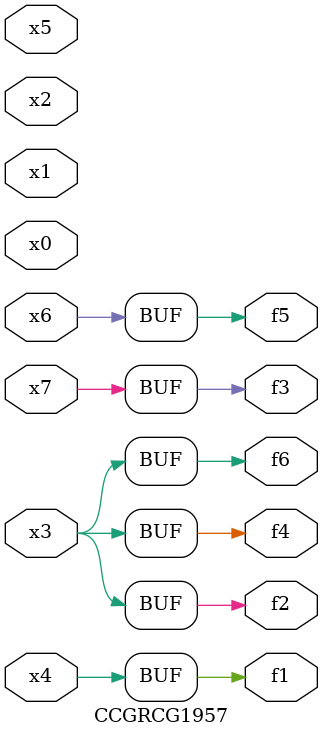
<source format=v>
module CCGRCG1957(
	input x0, x1, x2, x3, x4, x5, x6, x7,
	output f1, f2, f3, f4, f5, f6
);
	assign f1 = x4;
	assign f2 = x3;
	assign f3 = x7;
	assign f4 = x3;
	assign f5 = x6;
	assign f6 = x3;
endmodule

</source>
